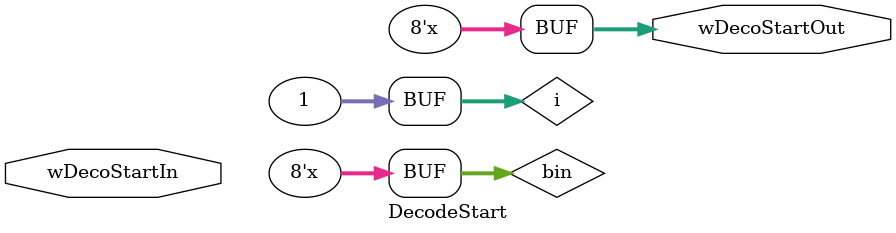
<source format=v>
(* keep_hierarchy = "TRUE" *) 
module DecodeStart #(parameter  NUM_FF= 1, parameter BITS_DECO = 8) (
    input    wire[NUM_FF-1:0]         wDecoStartIn,
    output   wire[BITS_DECO-1:0]      wDecoStartOut
);

    reg [BITS_DECO-1 : 0] bin = {BITS_DECO{1'b0}};
    integer i;
    
    // always @(*) begin
    //     for (i = 0; i < NUM_FF-4; i=i+1) begin
    //         if( wDecoStartIn[i] & ~wDecoStartIn[i+1] & ~wDecoStartIn[i+2] & ~wDecoStartIn[i+3] & ~wDecoStartIn[i+4] ) begin
    //             bin = i+1;
    //         end
    //     end
    // end


    //Implementing Ones Counter
    always @(*) begin
        for (i = 0; i < NUM_FF; i=i+1) begin
            if(wDecoStartIn[i] == 1'b1) begin
                bin = bin + 1'b1;
            end
        end
    end

    // genvar i;
    // generate
    //     for (i = 0; i < ; i=i+1) begin
            
    //     end
    // endgenerate
    // 6LUT_counter u_6KUT(

    // );

    assign wDecoStartOut = bin;
endmodule //
</source>
